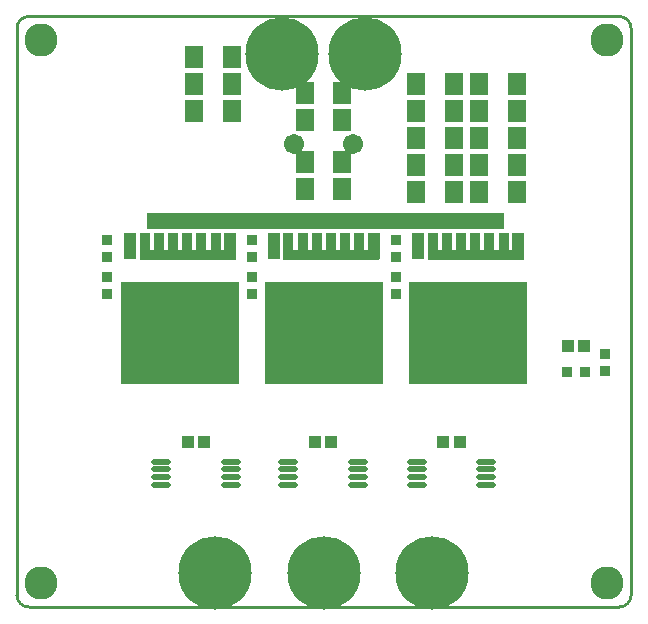
<source format=gbs>
G04*
G04 #@! TF.GenerationSoftware,Altium Limited,Altium Designer,22.0.2 (36)*
G04*
G04 Layer_Color=16711935*
%FSLAX24Y24*%
%MOIN*%
G70*
G04*
G04 #@! TF.SameCoordinates,22A08989-F282-469C-B082-2707E795951A*
G04*
G04*
G04 #@! TF.FilePolarity,Negative*
G04*
G01*
G75*
%ADD14C,0.0100*%
%ADD23R,0.0358X0.0380*%
%ADD24R,0.0394X0.0906*%
%ADD25R,0.0354X0.0906*%
%ADD26R,0.3220X0.0354*%
%ADD27R,0.3976X0.3386*%
%ADD29R,0.0625X0.0720*%
%ADD30R,0.0380X0.0358*%
%ADD32C,0.0300*%
%ADD33C,0.2442*%
%ADD34C,0.1104*%
%ADD35C,0.0671*%
%ADD55O,0.0652X0.0219*%
%ADD56R,0.0395X0.0434*%
G36*
X4344Y13150D02*
Y12600D01*
X16244D01*
Y13150D01*
X4344D01*
D02*
G37*
D14*
X20079Y0D02*
G03*
X20472Y394I0J394D01*
G01*
Y19291D02*
G03*
X20079Y19685I-394J0D01*
G01*
X394D02*
G03*
X0Y19291I0J-394D01*
G01*
Y394D02*
G03*
X394Y0I394J0D01*
G01*
Y19685D02*
X20079D01*
X394Y0D02*
X20079D01*
X0Y394D02*
Y19291D01*
X20472Y394D02*
Y19291D01*
D23*
X18940Y7850D02*
D03*
X18347D02*
D03*
D24*
X8570Y12024D02*
D03*
X11896D02*
D03*
X7107D02*
D03*
X3780D02*
D03*
X16707D02*
D03*
X13380D02*
D03*
D25*
X9052D02*
D03*
X9524D02*
D03*
X9997D02*
D03*
X10469D02*
D03*
X10942D02*
D03*
X11414D02*
D03*
X6625D02*
D03*
X6152D02*
D03*
X5680D02*
D03*
X5207D02*
D03*
X4735D02*
D03*
X4263D02*
D03*
X16225D02*
D03*
X15752D02*
D03*
X15280D02*
D03*
X14808D02*
D03*
X14335D02*
D03*
X13863D02*
D03*
D26*
X10485Y11748D02*
D03*
X5696D02*
D03*
X15296D02*
D03*
D27*
X10233Y9150D02*
D03*
X5444D02*
D03*
X15044D02*
D03*
D29*
X7171Y17450D02*
D03*
X5917D02*
D03*
X9595Y17150D02*
D03*
X10849D02*
D03*
Y14829D02*
D03*
X9595D02*
D03*
Y16250D02*
D03*
X10849D02*
D03*
X5917Y18350D02*
D03*
X7171D02*
D03*
X16671Y15625D02*
D03*
X15417D02*
D03*
X16671Y17450D02*
D03*
X15417D02*
D03*
X16671Y13850D02*
D03*
X15417D02*
D03*
X13317Y15650D02*
D03*
X14571D02*
D03*
X16671Y14750D02*
D03*
X15417D02*
D03*
X13317D02*
D03*
X14571D02*
D03*
X16671Y16550D02*
D03*
X15417D02*
D03*
X13317D02*
D03*
X14571D02*
D03*
X13317Y17450D02*
D03*
X14571D02*
D03*
X13317Y13850D02*
D03*
X14571D02*
D03*
X5917Y16550D02*
D03*
X7171D02*
D03*
X9595Y13950D02*
D03*
X10849D02*
D03*
D30*
X12628Y11653D02*
D03*
Y12247D02*
D03*
X7836Y11653D02*
D03*
Y12247D02*
D03*
X3000Y11653D02*
D03*
Y12247D02*
D03*
X2994Y11015D02*
D03*
Y10422D02*
D03*
X19594Y7853D02*
D03*
Y8447D02*
D03*
X12628Y10422D02*
D03*
Y11015D02*
D03*
X7836Y10422D02*
D03*
Y11015D02*
D03*
D32*
X8850Y19050D02*
D03*
X8426Y18874D02*
D03*
X8250Y18450D02*
D03*
X8426Y18026D02*
D03*
X8850Y17850D02*
D03*
X9274Y18026D02*
D03*
X9450Y18450D02*
D03*
X9274Y18874D02*
D03*
X10224Y1750D02*
D03*
X9800Y1574D02*
D03*
X9624Y1150D02*
D03*
X9800Y726D02*
D03*
X10224Y550D02*
D03*
X10649Y726D02*
D03*
X10824Y1150D02*
D03*
X10649Y1574D02*
D03*
X6600Y1750D02*
D03*
X6176Y1574D02*
D03*
X6000Y1150D02*
D03*
X6176Y726D02*
D03*
X6600Y550D02*
D03*
X7024Y726D02*
D03*
X7200Y1150D02*
D03*
X7024Y1574D02*
D03*
X14274D02*
D03*
X14450Y1150D02*
D03*
X14274Y726D02*
D03*
X13850Y550D02*
D03*
X13426Y726D02*
D03*
X13250Y1150D02*
D03*
X13426Y1574D02*
D03*
X13850Y1750D02*
D03*
X12024Y18874D02*
D03*
X12200Y18450D02*
D03*
X12024Y18026D02*
D03*
X11600Y17850D02*
D03*
X11176Y18026D02*
D03*
X11000Y18450D02*
D03*
X11176Y18874D02*
D03*
X11600Y19050D02*
D03*
D33*
X8850Y18450D02*
D03*
X10224Y1150D02*
D03*
X6600D02*
D03*
X13850D02*
D03*
X11600Y18450D02*
D03*
D34*
X19685Y18898D02*
D03*
Y787D02*
D03*
X787Y18898D02*
D03*
Y787D02*
D03*
D35*
X9238Y15450D02*
D03*
X11206D02*
D03*
D55*
X4815Y4078D02*
D03*
Y4334D02*
D03*
Y4590D02*
D03*
Y4846D02*
D03*
X7120Y4078D02*
D03*
Y4334D02*
D03*
Y4590D02*
D03*
Y4846D02*
D03*
X9052Y4078D02*
D03*
Y4334D02*
D03*
Y4590D02*
D03*
Y4846D02*
D03*
X11356Y4078D02*
D03*
Y4334D02*
D03*
Y4590D02*
D03*
Y4846D02*
D03*
X13328Y4078D02*
D03*
Y4334D02*
D03*
Y4590D02*
D03*
Y4846D02*
D03*
X15633Y4078D02*
D03*
Y4334D02*
D03*
Y4590D02*
D03*
Y4846D02*
D03*
D56*
X18913Y8700D02*
D03*
X18362D02*
D03*
X14759Y5508D02*
D03*
X14208D02*
D03*
X10483D02*
D03*
X9931D02*
D03*
X6246D02*
D03*
X5695D02*
D03*
M02*

</source>
